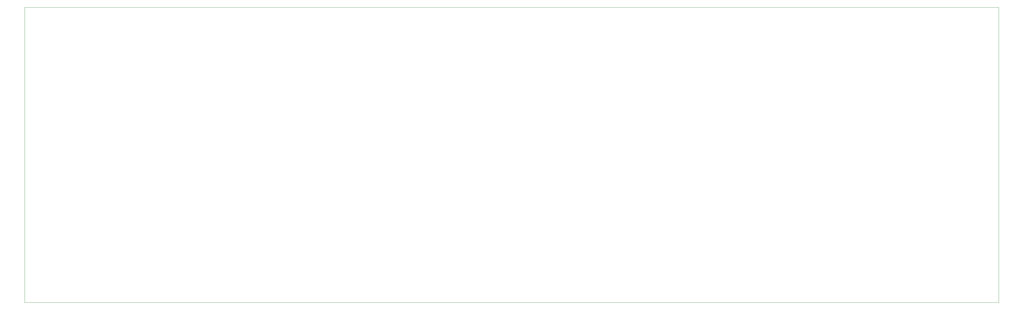
<source format=gbr>
%TF.GenerationSoftware,KiCad,Pcbnew,7.0.8*%
%TF.CreationDate,2024-02-03T23:59:39+07:00*%
%TF.ProjectId,pcb,7063622e-6b69-4636-9164-5f7063625858,rev?*%
%TF.SameCoordinates,Original*%
%TF.FileFunction,Profile,NP*%
%FSLAX46Y46*%
G04 Gerber Fmt 4.6, Leading zero omitted, Abs format (unit mm)*
G04 Created by KiCad (PCBNEW 7.0.8) date 2024-02-03 23:59:39*
%MOMM*%
%LPD*%
G01*
G04 APERTURE LIST*
%TA.AperFunction,Profile*%
%ADD10C,0.100000*%
%TD*%
G04 APERTURE END LIST*
D10*
X56388000Y-193548000D02*
X371348000Y-193548000D01*
X56388000Y-98044000D02*
X56388000Y-193548000D01*
X371348000Y-193548000D02*
X371348000Y-98044000D01*
X371348000Y-98044000D02*
X56388000Y-98044000D01*
M02*

</source>
